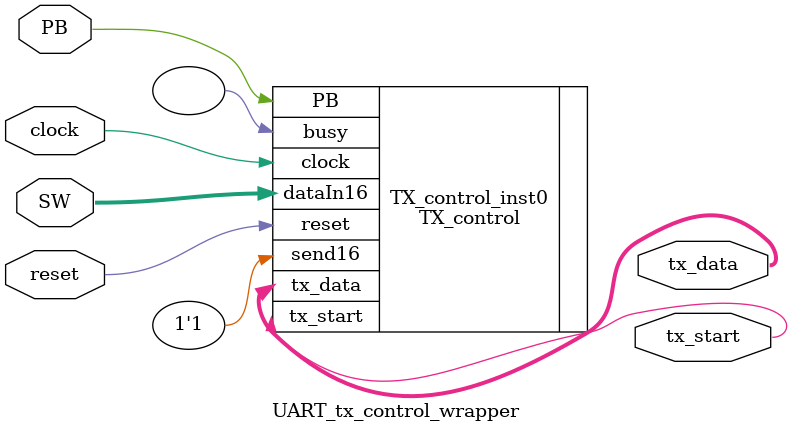
<source format=sv>
module UART_tx_control_wrapper
#(	parameter INTER_BYTE_DELAY = 1000000,
    parameter WAIT_FOR_REGISTER_DELAY = 100
)(
	input  logic           clock,
    input  logic           reset,
    input  logic           PB,
    input  logic [15:0]    SW,
    output logic [7:0]     tx_data,
    output logic           tx_start
    );

TX_control 
#(  .INTER_BYTE_DELAY (INTER_BYTE_DELAY),
    .WAIT_FOR_REGISTER_DELAY (WAIT_FOR_REGISTER_DELAY)
)TX_control_inst0
(
	.clock (clock),
	.reset (reset),
	.PB (PB),
	.send16 (1'b1),
	.dataIn16 (SW),
	.tx_data (tx_data),
	.tx_start (tx_start),
	.busy ()
    );

endmodule
</source>
